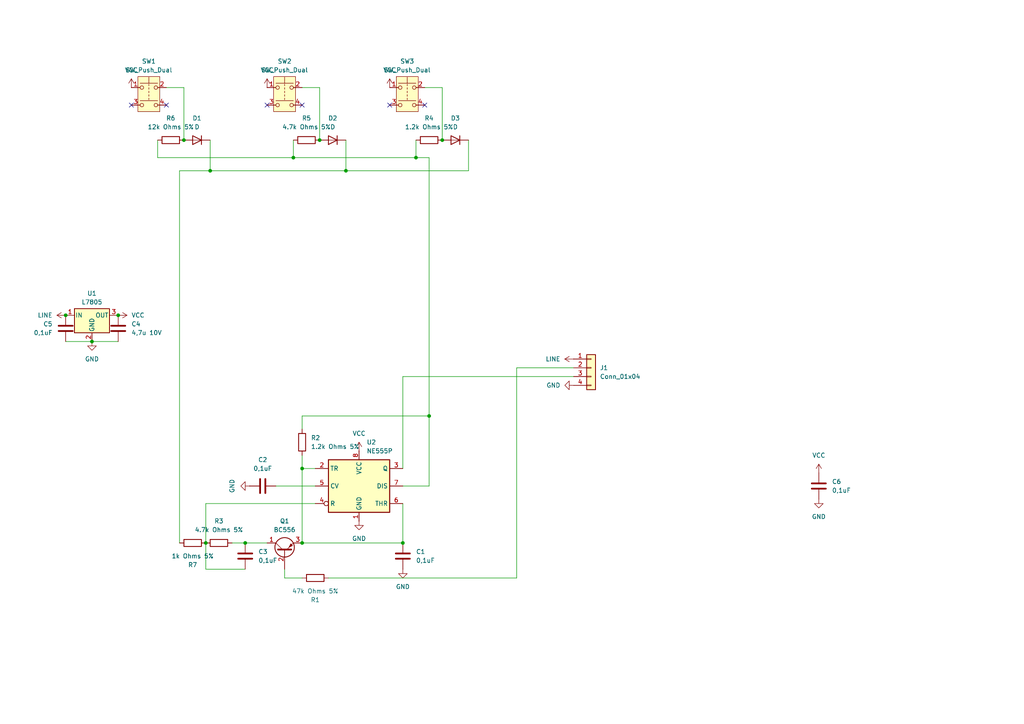
<source format=kicad_sch>
(kicad_sch (version 20231120) (generator "eeschema") (generator_version "8.0")
  (paper "A4")
  (lib_symbols
    (symbol "Connector_Generic:Conn_01x04" (pin_names (offset 1.016) hide)
      (property "Reference" "J" (at 0 5.08 0))
      (property "Value" "Conn_01x04" (at 0 -7.62 0))
      (symbol "Conn_01x04_1_1"
        (rectangle (start -1.27 -4.953) (end 0 -5.207) (stroke (width 0.1524)))
        (rectangle (start -1.27 -2.413) (end 0 -2.667) (stroke (width 0.1524)))
        (rectangle (start -1.27 0.127) (end 0 -0.127) (stroke (width 0.1524)))
        (rectangle (start -1.27 2.667) (end 0 2.413) (stroke (width 0.1524)))
        (rectangle (start -1.27 3.81) (end 1.27 -6.35) (stroke (width 0.254)) (fill (type background)))
        (pin passive line (at -5.08 2.54 0) (length 3.81) (name "Pin_1") (number "1"))
        (pin passive line (at -5.08 0 0) (length 3.81) (name "Pin_2") (number "2"))
        (pin passive line (at -5.08 -2.54 0) (length 3.81) (name "Pin_3") (number "3"))
        (pin passive line (at -5.08 -5.08 0) (length 3.81) (name "Pin_4") (number "4"))
      )
    )
    (symbol "Device:C" (pin_numbers hide) (pin_names (offset 0.254))
      (property "Reference" "C" (at 0.635 2.54 0))
      (property "Value" "C" (at 0.635 -2.54 0))
      (symbol "C_0_1"
        (polyline (pts (xy -2.032 -0.762) (xy 2.032 -0.762)) (stroke (width 0.508)))
        (polyline (pts (xy -2.032 0.762) (xy 2.032 0.762)) (stroke (width 0.508)))
      )
      (symbol "C_1_1"
        (pin passive line (at 0 3.81 270) (length 2.794) (name "~") (number "1"))
        (pin passive line (at 0 -3.81 90) (length 2.794) (name "~") (number "2"))
      )
    )
    (symbol "Device:D" (pin_numbers hide) (pin_names (offset 1.016) hide)
      (property "Reference" "D" (at 0 2.54 0))
      (property "Value" "D" (at 0 -2.54 0))
      (symbol "D_0_1"
        (polyline (pts (xy -1.27 1.27) (xy -1.27 -1.27)) (stroke (width 0.254)))
        (polyline (pts (xy 1.27 0) (xy -1.27 0)))
        (polyline (pts (xy 1.27 1.27) (xy 1.27 -1.27) (xy -1.27 0) (xy 1.27 1.27)) (stroke (width 0.254)))
      )
      (symbol "D_1_1"
        (pin passive line (at -3.81 0 0) (length 2.54) (name "K") (number "1"))
        (pin passive line (at 3.81 0 180) (length 2.54) (name "A") (number "2"))
      )
    )
    (symbol "Device:R" (pin_numbers hide) (pin_names (offset 0))
      (property "Reference" "R" (at 2.032 0 90))
      (property "Value" "R" (at 0 0 90))
      (symbol "R_0_1"
        (rectangle (start -1.016 -2.54) (end 1.016 2.54) (stroke (width 0.254)))
      )
      (symbol "R_1_1"
        (pin passive line (at 0 3.81 270) (length 1.27) (name "~") (number "1"))
        (pin passive line (at 0 -3.81 90) (length 1.27) (name "~") (number "2"))
      )
    )
    (symbol "Regulator_Linear:L7805" (pin_names (offset 0.254))
      (property "Reference" "U" (at -3.81 3.175 0))
      (property "Value" "L7805" (at 0 3.175 0))
      (symbol "L7805_0_1"
        (rectangle (start -5.08 1.905) (end 5.08 -5.08) (stroke (width 0.254)) (fill (type background)))
      )
      (symbol "L7805_1_1"
        (pin power_in line (at -7.62 0 0) (length 2.54) (name "IN") (number "1"))
        (pin power_in line (at 0 -7.62 90) (length 2.54) (name "GND") (number "2"))
        (pin power_out line (at 7.62 0 180) (length 2.54) (name "OUT") (number "3"))
      )
    )
    (symbol "Switch:SW_Push_Dual" (pin_names (offset 1.016) hide)
      (property "Reference" "SW" (at 0 7.62 0))
      (property "Value" "SW_Push_Dual" (at 0 -6.35 0))
      (symbol "SW_Push_Dual_0_1"
        (circle (center -2.032 -2.54) (radius 0.508))
        (circle (center -2.032 2.54) (radius 0.508))
        (polyline (pts (xy 0 -0.508) (xy 0 -1.016)))
        (polyline (pts (xy 0 0.508) (xy 0 0)))
        (polyline (pts (xy 0 1.016) (xy 0 1.524)))
        (polyline (pts (xy 0 2.032) (xy 0 2.54)))
        (polyline (pts (xy 0 3.048) (xy 0 3.556)))
        (polyline (pts (xy 0 3.81) (xy 0 5.588)))
        (polyline (pts (xy 2.54 -1.27) (xy -2.54 -1.27)))
        (polyline (pts (xy 2.54 3.81) (xy -2.54 3.81)))
        (circle (center 2.032 -2.54) (radius 0.508))
        (circle (center 2.032 2.54) (radius 0.508))
        (pin passive line (at -5.08 2.54 0) (length 2.54) (name "1") (number "1"))
        (pin passive line (at 5.08 2.54 180) (length 2.54) (name "2") (number "2"))
        (pin passive line (at -5.08 -2.54 0) (length 2.54) (name "3") (number "3"))
        (pin passive line (at 5.08 -2.54 180) (length 2.54) (name "4") (number "4"))
      )
      (symbol "SW_Push_Dual_1_1"
        (rectangle (start -3.175 5.715) (end 3.175 -4.445) (fill (type background)))
      )
    )
    (symbol "Timer:NE555P"
      (property "Reference" "U" (at -10.16 8.89 0))
      (property "Value" "NE555P" (at 2.54 8.89 0))
      (symbol "NE555P_0_0"
        (pin power_in line (at 0 -10.16 90) (length 2.54) (name "GND") (number "1"))
        (pin power_in line (at 0 10.16 270) (length 2.54) (name "VCC") (number "8"))
      )
      (symbol "NE555P_0_1"
        (rectangle (start -8.89 -7.62) (end 8.89 7.62) (stroke (width 0.254)) (fill (type background)))
        (rectangle (start -8.89 -7.62) (end 8.89 7.62) (stroke (width 0.254)) (fill (type background)))
      )
      (symbol "NE555P_1_1"
        (pin input line (at -12.7 5.08 0) (length 3.81) (name "TR") (number "2"))
        (pin output line (at 12.7 5.08 180) (length 3.81) (name "Q") (number "3"))
        (pin input inverted (at -12.7 -5.08 0) (length 3.81) (name "R") (number "4"))
        (pin input line (at -12.7 0 0) (length 3.81) (name "CV") (number "5"))
        (pin input line (at 12.7 -5.08 180) (length 3.81) (name "THR") (number "6"))
        (pin input line (at 12.7 0 180) (length 3.81) (name "DIS") (number "7"))
      )
    )
    (symbol "Transistor_BJT:BC556" (pin_names (offset 0) hide)
      (property "Reference" "Q" (at 5.08 1.905 0))
      (property "Value" "BC556" (at 5.08 0 0))
      (symbol "BC556_0_1"
        (polyline (pts (xy 0.635 0.635) (xy 2.54 2.54)))
        (polyline (pts (xy 0.635 -0.635) (xy 2.54 -2.54) (xy 2.54 -2.54)))
        (polyline (pts (xy 0.635 1.905) (xy 0.635 -1.905) (xy 0.635 -1.905)) (stroke (width 0.508)))
        (polyline (pts (xy 2.286 -1.778) (xy 1.778 -2.286) (xy 1.27 -1.27) (xy 2.286 -1.778) (xy 2.286 -1.778)) (fill (type outline)))
        (circle (center 1.27 0) (radius 2.8194) (stroke (width 0.254)))
      )
      (symbol "BC556_1_1"
        (pin passive line (at 2.54 5.08 270) (length 2.54) (name "C") (number "1"))
        (pin input line (at -5.08 0 0) (length 5.715) (name "B") (number "2"))
        (pin passive line (at 2.54 -5.08 90) (length 2.54) (name "E") (number "3"))
      )
    )
    (symbol "power:GND" (power) (pin_numbers hide) (pin_names (offset 0) hide)
      (property "Value" "GND" (at 0 -3.81 0))
      (symbol "GND_0_1"
        (polyline (pts (xy 0 0) (xy 0 -1.27) (xy 1.27 -1.27) (xy 0 -2.54) (xy -1.27 -1.27) (xy 0 -1.27)))
      )
      (symbol "GND_1_1"
        (pin power_in line (at 0 0 270) (length 0) (name "~") (number "1"))
      )
    )
    (symbol "power:LINE" (power) (pin_numbers hide) (pin_names (offset 0) hide)
      (property "Value" "LINE" (at 0 3.556 0))
      (symbol "LINE_0_1"
        (polyline (pts (xy -0.762 1.27) (xy 0 2.54)))
        (polyline (pts (xy 0 0) (xy 0 2.54)))
        (polyline (pts (xy 0 2.54) (xy 0.762 1.27)))
      )
      (symbol "LINE_1_1"
        (pin power_in line (at 0 0 90) (length 0) (name "~") (number "1"))
      )
    )
    (symbol "power:VCC" (power) (pin_numbers hide) (pin_names (offset 0) hide)
      (property "Value" "VCC" (at 0 3.556 0))
      (symbol "VCC_0_1"
        (polyline (pts (xy -0.762 1.27) (xy 0 2.54)))
        (polyline (pts (xy 0 0) (xy 0 2.54)))
        (polyline (pts (xy 0 2.54) (xy 0.762 1.27)))
      )
      (symbol "VCC_1_1"
        (pin power_in line (at 0 0 90) (length 0) (name "~") (number "1"))
      )
    )
  )
  (junction (at 53.34 40.64))
  (junction (at 100.33 49.53))
  (junction (at 116.84 157.48))
  (junction (at 34.29 91.44))
  (junction (at 71.12 157.48))
  (junction (at 60.96 49.53))
  (junction (at 85.09 45.72))
  (junction (at 87.63 135.89))
  (junction (at 19.05 91.44))
  (junction (at 124.46 120.65))
  (junction (at 26.67 99.06))
  (junction (at 120.65 45.72))
  (junction (at 87.63 157.48))
  (junction (at 92.71 40.64))
  (junction (at 128.27 40.64))
  (junction (at 59.69 157.48))
  (no_connect (at 87.63 30.48))
  (no_connect (at 123.19 30.48))
  (no_connect (at 77.47 30.48))
  (no_connect (at 113.03 30.48))
  (no_connect (at 48.26 30.48))
  (no_connect (at 38.1 30.48))
  (wire (pts (xy 59.69 165.1) (xy 59.69 157.48)))
  (wire (pts (xy 92.71 25.4) (xy 92.71 40.64)))
  (wire (pts (xy 135.89 49.53) (xy 100.33 49.53)))
  (wire (pts (xy 87.63 157.48) (xy 116.84 157.48)))
  (wire (pts (xy 95.25 167.64) (xy 149.86 167.64)))
  (wire (pts (xy 52.07 49.53) (xy 60.96 49.53)))
  (wire (pts (xy 120.65 45.72) (xy 85.09 45.72)))
  (wire (pts (xy 45.72 40.64) (xy 45.72 45.72)))
  (wire (pts (xy 60.96 49.53) (xy 100.33 49.53)))
  (wire (pts (xy 124.46 140.97) (xy 124.46 120.65)))
  (wire (pts (xy 85.09 45.72) (xy 85.09 40.64)))
  (wire (pts (xy 128.27 25.4) (xy 128.27 40.64)))
  (wire (pts (xy 82.55 167.64) (xy 82.55 165.1)))
  (wire (pts (xy 116.84 140.97) (xy 124.46 140.97)))
  (wire (pts (xy 120.65 40.64) (xy 120.65 45.72)))
  (wire (pts (xy 53.34 25.4) (xy 53.34 40.64)))
  (wire (pts (xy 48.26 25.4) (xy 53.34 25.4)))
  (wire (pts (xy 19.05 99.06) (xy 26.67 99.06)))
  (wire (pts (xy 116.84 157.48) (xy 116.84 146.05)))
  (wire (pts (xy 100.33 49.53) (xy 100.33 40.64)))
  (wire (pts (xy 71.12 165.1) (xy 59.69 165.1)))
  (wire (pts (xy 124.46 120.65) (xy 87.63 120.65)))
  (wire (pts (xy 60.96 40.64) (xy 60.96 49.53)))
  (wire (pts (xy 87.63 120.65) (xy 87.63 124.46)))
  (wire (pts (xy 116.84 109.22) (xy 116.84 135.89)))
  (wire (pts (xy 124.46 120.65) (xy 124.46 45.72)))
  (wire (pts (xy 45.72 45.72) (xy 85.09 45.72)))
  (wire (pts (xy 59.69 146.05) (xy 59.69 157.48)))
  (wire (pts (xy 149.86 106.68) (xy 166.37 106.68)))
  (wire (pts (xy 166.37 109.22) (xy 116.84 109.22)))
  (wire (pts (xy 87.63 167.64) (xy 82.55 167.64)))
  (wire (pts (xy 87.63 135.89) (xy 87.63 157.48)))
  (wire (pts (xy 71.12 157.48) (xy 77.47 157.48)))
  (wire (pts (xy 26.67 99.06) (xy 34.29 99.06)))
  (wire (pts (xy 87.63 132.08) (xy 87.63 135.89)))
  (wire (pts (xy 91.44 135.89) (xy 87.63 135.89)))
  (wire (pts (xy 123.19 25.4) (xy 128.27 25.4)))
  (wire (pts (xy 87.63 25.4) (xy 92.71 25.4)))
  (wire (pts (xy 149.86 167.64) (xy 149.86 106.68)))
  (wire (pts (xy 135.89 40.64) (xy 135.89 49.53)))
  (wire (pts (xy 80.01 140.97) (xy 91.44 140.97)))
  (wire (pts (xy 52.07 157.48) (xy 52.07 49.53)))
  (wire (pts (xy 124.46 45.72) (xy 120.65 45.72)))
  (wire (pts (xy 91.44 146.05) (xy 59.69 146.05)))
  (wire (pts (xy 67.31 157.48) (xy 71.12 157.48)))
  (symbol (lib_id "power:LINE") (at 19.05 91.44 90) (unit 1)
    (property "Reference" "#PWR02" (effects (hide yes)))
    (property "Value" "LINE" (at 15.24 91.4399 90) (effects (justify left)))
    (property "Description" "Power symbol creates a global label with name \"LINE\"" (effects (hide yes)))
  )
  (symbol (lib_id "Device:D") (at 96.52 40.64 180) (unit 1)
    (property "Reference" "D2" (at 96.52 34.29 0))
    (property "Value" "D" (at 96.52 36.83 0))
    (property "Footprint" "Diode_THT:D_A-405_P10.16mm_Horizontal" (effects (hide yes)))
    (property "Description" "Diode" (effects (hide yes)))
    (property "Sim.Device" "D" (effects (hide yes)))
    (property "Sim.Pins" "1=K 2=A" (effects (hide yes)))
  )
  (symbol (lib_id "power:GND") (at 72.39 140.97 270) (mirror x) (unit 1)
    (property "Reference" "#PWR013" (effects (hide yes)))
    (property "Value" "GND" (at 67.31 140.97 0))
    (property "Description" "Power symbol creates a global label with name \"GND\" , ground" (effects (hide yes)))
  )
  (symbol (lib_id "Device:R") (at 63.5 157.48 270) (unit 1)
    (property "Reference" "R3" (at 63.5 151.13 90))
    (property "Value" "4.7k Ohms 5%" (at 63.5 153.67 90))
    (property "Footprint" "Resistor_THT:R_Axial_DIN0207_L6.3mm_D2.5mm_P10.16mm_Horizontal" (effects (hide yes)))
    (property "Description" "Resistor" (effects (hide yes)))
  )
  (symbol (lib_id "power:VCC") (at 237.49 137.16 0) (unit 1)
    (property "Reference" "#PWR014" (effects (hide yes)))
    (property "Value" "VCC" (at 237.49 132.08 0))
    (property "Description" "Power symbol creates a global label with name \"VCC\"" (effects (hide yes)))
  )
  (symbol (lib_id "Device:C") (at 237.49 140.97 180) (unit 1)
    (property "Reference" "C6" (at 241.3 139.6999 0) (effects (justify right)))
    (property "Value" "0,1uF" (at 241.3 142.2399 0) (effects (justify right)))
    (property "Footprint" "Capacitor_THT:C_Rect_L7.0mm_W2.0mm_P5.00mm" (effects (hide yes)))
    (property "Description" "Unpolarized capacitor" (effects (hide yes)))
  )
  (symbol (lib_id "power:GND") (at 26.67 99.06 0) (unit 1)
    (property "Reference" "#PWR04" (effects (hide yes)))
    (property "Value" "GND" (at 26.67 104.14 0))
    (property "Description" "Power symbol creates a global label with name \"GND\" , ground" (effects (hide yes)))
  )
  (symbol (lib_id "power:VCC") (at 34.29 91.44 270) (unit 1)
    (property "Reference" "#PWR03" (effects (hide yes)))
    (property "Value" "VCC" (at 38.1 91.4399 90) (effects (justify left)))
    (property "Description" "Power symbol creates a global label with name \"VCC\"" (effects (hide yes)))
  )
  (symbol (lib_id "power:GND") (at 104.14 151.13 0) (unit 1)
    (property "Reference" "#PWR05" (effects (hide yes)))
    (property "Value" "GND" (at 104.14 156.21 0))
    (property "Description" "Power symbol creates a global label with name \"GND\" , ground" (effects (hide yes)))
  )
  (symbol (lib_id "power:VCC") (at 104.14 130.81 0) (unit 1)
    (property "Reference" "#PWR012" (effects (hide yes)))
    (property "Value" "VCC" (at 104.14 125.73 0))
    (property "Description" "Power symbol creates a global label with name \"VCC\"" (effects (hide yes)))
  )
  (symbol (lib_id "Timer:NE555P") (at 104.14 140.97 0) (unit 1)
    (property "Reference" "U2" (at 106.3341 128.27 0) (effects (justify left)))
    (property "Value" "NE555P" (at 106.3341 130.81 0) (effects (justify left)))
    (property "Footprint" "Package_DIP:DIP-8_W7.62mm" (effects (hide yes)))
    (property "Datasheet" "http://www.ti.com/lit/ds/symlink/ne555.pdf" (effects (hide yes)))
    (property "Description" "Precision Timers, 555 compatible,  PDIP-8" (effects (hide yes)))
  )
  (symbol (lib_id "Device:C") (at 34.29 95.25 0) (unit 1)
    (property "Reference" "C4" (at 38.1 93.9799 0) (effects (justify left)))
    (property "Value" "4,7u 10V" (at 38.1 96.5199 0) (effects (justify left)))
    (property "Footprint" "Capacitor_THT:CP_Radial_Tantal_D4.5mm_P5.00mm" (effects (hide yes)))
    (property "Description" "Unpolarized capacitor" (effects (hide yes)))
  )
  (symbol (lib_id "power:GND") (at 166.37 111.76 270) (unit 1)
    (property "Reference" "#PWR06" (effects (hide yes)))
    (property "Value" "GND" (at 162.56 111.7599 90) (effects (justify right)))
    (property "Description" "Power symbol creates a global label with name \"GND\" , ground" (effects (hide yes)))
  )
  (symbol (lib_id "Device:R") (at 55.88 157.48 270) (unit 1)
    (property "Reference" "R7" (at 55.88 163.83 90))
    (property "Value" "1k Ohms 5%" (at 55.88 161.29 90))
    (property "Footprint" "Resistor_THT:R_Axial_DIN0207_L6.3mm_D2.5mm_P10.16mm_Horizontal" (effects (hide yes)))
    (property "Description" "Resistor" (effects (hide yes)))
  )
  (symbol (lib_id "Device:C") (at 19.05 95.25 0) (mirror y) (unit 1)
    (property "Reference" "C5" (at 15.24 93.9799 0) (effects (justify left)))
    (property "Value" "0,1uF" (at 15.24 96.5199 0) (effects (justify left)))
    (property "Footprint" "Capacitor_THT:C_Rect_L7.0mm_W2.0mm_P5.00mm" (effects (hide yes)))
    (property "Description" "Unpolarized capacitor" (effects (hide yes)))
  )
  (symbol (lib_id "Regulator_Linear:L7805") (at 26.67 91.44 0) (unit 1)
    (property "Reference" "U1" (at 26.67 85.09 0))
    (property "Value" "L7805" (at 26.67 87.63 0))
    (property "Footprint" "Package_TO_SOT_THT:TO-220-3_Horizontal_TabDown" (effects (hide yes)))
    (property "Datasheet" "http://www.st.com/content/ccc/resource/technical/document/datasheet/41/4f/b3/b0/12/d4/47/88/CD00000444.pdf/files/CD00000444.pdf/jcr:content/translations/en.CD00000444.pdf" (effects (hide yes)))
    (property "Description" "Positive 1.5A 35V Linear Regulator, Fixed Output 5V, TO-220/TO-263/TO-252" (effects (hide yes)))
  )
  (symbol (lib_id "Transistor_BJT:BC556") (at 82.55 160.02 90) (unit 1)
    (property "Reference" "Q1" (at 82.55 151.13 90))
    (property "Value" "BC556" (at 82.55 153.67 90))
    (property "Footprint" "Package_TO_SOT_THT:TO-92L_Inline_Wide" (effects (hide yes)))
    (property "Datasheet" "https://www.onsemi.com/pub/Collateral/BC556BTA-D.pdf" (effects (hide yes)))
    (property "Description" "0.1A Ic, 65V Vce, PNP Small Signal Transistor, TO-92" (effects (hide yes)))
  )
  (symbol (lib_id "Device:C") (at 71.12 161.29 0) (unit 1)
    (property "Reference" "C3" (at 74.93 160.0199 0) (effects (justify left)))
    (property "Value" "0,1uF" (at 74.93 162.5599 0) (effects (justify left)))
    (property "Footprint" "Capacitor_THT:C_Rect_L7.0mm_W2.0mm_P5.00mm" (effects (hide yes)))
    (property "Description" "Unpolarized capacitor" (effects (hide yes)))
  )
  (symbol (lib_id "Device:C") (at 76.2 140.97 270) (mirror x) (unit 1)
    (property "Reference" "C2" (at 76.2 133.35 90))
    (property "Value" "0,1uF" (at 76.2 135.89 90))
    (property "Footprint" "Capacitor_THT:C_Rect_L7.0mm_W2.0mm_P5.00mm" (effects (hide yes)))
    (property "Description" "Unpolarized capacitor" (effects (hide yes)))
  )
  (symbol (lib_id "Device:C") (at 116.84 161.29 180) (unit 1)
    (property "Reference" "C1" (at 120.65 160.0199 0) (effects (justify right)))
    (property "Value" "0,1uF" (at 120.65 162.5599 0) (effects (justify right)))
    (property "Footprint" "Capacitor_THT:C_Rect_L7.0mm_W2.0mm_P5.00mm" (effects (hide yes)))
    (property "Description" "Unpolarized capacitor" (effects (hide yes)))
  )
  (symbol (lib_id "Device:D") (at 132.08 40.64 180) (unit 1)
    (property "Reference" "D3" (at 132.08 34.29 0))
    (property "Value" "D" (at 132.08 36.83 0))
    (property "Footprint" "Diode_THT:D_A-405_P10.16mm_Horizontal" (effects (hide yes)))
    (property "Description" "Diode" (effects (hide yes)))
    (property "Sim.Device" "D" (effects (hide yes)))
    (property "Sim.Pins" "1=K 2=A" (effects (hide yes)))
  )
  (symbol (lib_id "power:VCC") (at 77.47 25.4 0) (unit 1)
    (property "Reference" "#PWR08" (effects (hide yes)))
    (property "Value" "VCC" (at 77.47 20.32 0))
    (property "Description" "Power symbol creates a global label with name \"VCC\"" (effects (hide yes)))
  )
  (symbol (lib_id "Switch:SW_Push_Dual") (at 118.11 27.94 0) (unit 1)
    (property "Reference" "SW3" (at 118.11 17.78 0))
    (property "Value" "SW_Push_Dual" (at 118.11 20.32 0))
    (property "Footprint" "Button_Switch_THT:Push_E-Switch_KS01Q01" (effects (hide yes)))
    (property "Description" "Push button switch, generic, symbol, four pins" (effects (hide yes)))
  )
  (symbol (lib_id "power:GND") (at 116.84 165.1 0) (unit 1)
    (property "Reference" "#PWR011" (effects (hide yes)))
    (property "Value" "GND" (at 116.84 170.18 0))
    (property "Description" "Power symbol creates a global label with name \"GND\" , ground" (effects (hide yes)))
  )
  (symbol (lib_id "Device:R") (at 49.53 40.64 90) (unit 1)
    (property "Reference" "R6" (at 49.53 34.29 90))
    (property "Value" "12k Ohms 5%" (at 49.53 36.83 90))
    (property "Footprint" "Resistor_THT:R_Axial_DIN0207_L6.3mm_D2.5mm_P10.16mm_Horizontal" (effects (hide yes)))
    (property "Description" "Resistor" (effects (hide yes)))
  )
  (symbol (lib_id "power:VCC") (at 38.1 25.4 0) (unit 1)
    (property "Reference" "#PWR07" (effects (hide yes)))
    (property "Value" "VCC" (at 38.1 20.32 0))
    (property "Description" "Power symbol creates a global label with name \"VCC\"" (effects (hide yes)))
  )
  (symbol (lib_id "Device:R") (at 88.9 40.64 90) (unit 1)
    (property "Reference" "R5" (at 88.9 34.29 90))
    (property "Value" "4.7k Ohms 5%" (at 88.9 36.83 90))
    (property "Footprint" "Resistor_THT:R_Axial_DIN0207_L6.3mm_D2.5mm_P10.16mm_Horizontal" (effects (hide yes)))
    (property "Description" "Resistor" (effects (hide yes)))
  )
  (symbol (lib_id "power:GND") (at 237.49 144.78 0) (unit 1)
    (property "Reference" "#PWR010" (effects (hide yes)))
    (property "Value" "GND" (at 237.49 149.86 0))
    (property "Description" "Power symbol creates a global label with name \"GND\" , ground" (effects (hide yes)))
  )
  (symbol (lib_id "power:LINE") (at 166.37 104.14 90) (unit 1)
    (property "Reference" "#PWR01" (effects (hide yes)))
    (property "Value" "LINE" (at 162.56 104.1399 90) (effects (justify left)))
    (property "Description" "Power symbol creates a global label with name \"LINE\"" (effects (hide yes)))
  )
  (symbol (lib_id "Device:R") (at 124.46 40.64 90) (unit 1)
    (property "Reference" "R4" (at 124.46 34.29 90))
    (property "Value" "1.2k Ohms 5%" (at 124.46 36.83 90))
    (property "Footprint" "Resistor_THT:R_Axial_DIN0207_L6.3mm_D2.5mm_P10.16mm_Horizontal" (effects (hide yes)))
    (property "Description" "Resistor" (effects (hide yes)))
  )
  (symbol (lib_id "Switch:SW_Push_Dual") (at 43.18 27.94 0) (unit 1)
    (property "Reference" "SW1" (at 43.18 17.78 0))
    (property "Value" "SW_Push_Dual" (at 43.18 20.32 0))
    (property "Footprint" "Button_Switch_THT:Push_E-Switch_KS01Q01" (effects (hide yes)))
    (property "Description" "Push button switch, generic, symbol, four pins" (effects (hide yes)))
  )
  (symbol (lib_id "Device:D") (at 57.15 40.64 180) (unit 1)
    (property "Reference" "D1" (at 57.15 34.29 0))
    (property "Value" "D" (at 57.15 36.83 0))
    (property "Footprint" "Diode_THT:D_A-405_P10.16mm_Horizontal" (effects (hide yes)))
    (property "Description" "Diode" (effects (hide yes)))
    (property "Sim.Device" "D" (effects (hide yes)))
    (property "Sim.Pins" "1=K 2=A" (effects (hide yes)))
  )
  (symbol (lib_id "power:VCC") (at 113.03 25.4 0) (unit 1)
    (property "Reference" "#PWR09" (effects (hide yes)))
    (property "Value" "VCC" (at 113.03 20.32 0))
    (property "Description" "Power symbol creates a global label with name \"VCC\"" (effects (hide yes)))
  )
  (symbol (lib_id "Device:R") (at 87.63 128.27 0) (unit 1)
    (property "Reference" "R2" (at 90.17 126.9999 0) (effects (justify left)))
    (property "Value" "1.2k Ohms 5%" (at 90.17 129.5399 0) (effects (justify left)))
    (property "Footprint" "Resistor_THT:R_Axial_DIN0207_L6.3mm_D2.5mm_P10.16mm_Horizontal" (effects (hide yes)))
    (property "Description" "Resistor" (effects (hide yes)))
  )
  (symbol (lib_id "Switch:SW_Push_Dual") (at 82.55 27.94 0) (unit 1)
    (property "Reference" "SW2" (at 82.55 17.78 0))
    (property "Value" "SW_Push_Dual" (at 82.55 20.32 0))
    (property "Footprint" "Button_Switch_THT:Push_E-Switch_KS01Q01" (effects (hide yes)))
    (property "Description" "Push button switch, generic, symbol, four pins" (effects (hide yes)))
  )
  (symbol (lib_id "Connector_Generic:Conn_01x04") (at 171.45 106.68 0) (unit 1)
    (property "Reference" "J1" (at 173.99 106.6799 0) (effects (justify left)))
    (property "Value" "Conn_01x04" (at 173.99 109.2199 0) (effects (justify left)))
    (property "Footprint" "Connector_PinSocket_2.54mm:PinSocket_1x04_P2.54mm_Vertical" (effects (hide yes)))
    (property "Description" "Generic connector, single row, 01x04, script generated (kicad-library-utils/schlib/autogen/connector/)" (effects (hide yes)))
  )
  (symbol (lib_id "Device:R") (at 91.44 167.64 90) (mirror x) (unit 1)
    (property "Reference" "R1" (at 91.44 173.99 90))
    (property "Value" "47k Ohms 5%" (at 91.44 171.45 90))
    (property "Footprint" "Resistor_THT:R_Axial_DIN0207_L6.3mm_D2.5mm_P10.16mm_Horizontal" (effects (hide yes)))
    (property "Description" "Resistor" (effects (hide yes)))
  )
)
</source>
